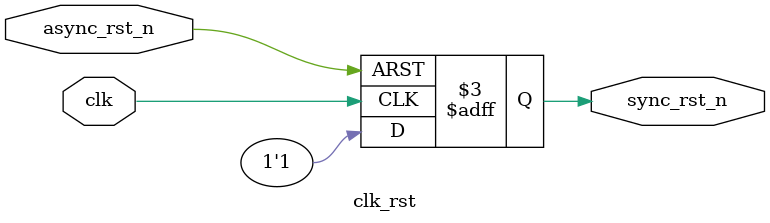
<source format=sv>
/*
 --------------------------------------------------------------------------
   Synesthesia-Moksha - Copyright (C) 2012 Gregory Matthew James.

   This file is part of Synesthesia-Moksha.

   Synesthesia-Moksha is free; you can redistribute it and/or modify
   it under the terms of the GNU General Public License as published by
   the Free Software Foundation; either version 3 of the License, or
   (at your option) any later version.

   Synesthesia-Moksha is distributed in the hope that it will be useful,
   but WITHOUT ANY WARRANTY; without even the implied warranty of
   MERCHANTABILITY or FITNESS FOR A PARTICULAR PURPOSE. See the
   GNU General Public License for more details.

   You should have received a copy of the GNU General Public License
   along with this program. If not, see <http://www.gnu.org/licenses/>.
 --------------------------------------------------------------------------
*/

/*
 --------------------------------------------------------------------------
 -- Project Code      : synesthesia-moksha
 -- Module Name       : clk_rst
 -- Author            : mammenx
 -- Associated modules: 
 -- Function          : This module synchronizes a common asynchronous reset
                        to different clocks.
 --------------------------------------------------------------------------
*/

`timescale 1ns / 10ps


module clk_rst #(
  //----------------- Parameters  -----------------------
  parameter MODULE_NAME     = "CLK_RST",
  parameter NUM_CLKS        = 1,
  parameter NUM_SYNC_STAGES = 2

) (

  //--------------------- Ports -------------------------
  input                   async_rst_n,
  input   [NUM_CLKS-1:0]  clk,

  output  [NUM_CLKS-1:0]  sync_rst_n


);

//----------------------- Local Parameters Declarations -------------------


//----------------------- Input Declarations ------------------------------


//----------------------- Inout Declarations ------------------------------


//----------------------- Output Declarations -----------------------------


//----------------------- Output Register Declaration ---------------------


//----------------------- Internal Register Declarations ------------------


//----------------------- Internal Wire Declarations ----------------------
  genvar  i;

//----------------------- Internal Interface Declarations -----------------


//----------------------- FSM Declarations --------------------------------



//----------------------- Start of Code -----------------------------------

  generate
    for(i=0;  i<NUM_CLKS; i++)
    begin : rst_sync_gen
      always@(posedge clk[i],  negedge async_rst_n)
      begin
        if(~async_rst_n)
        begin
          sync_rst_n[i]       <=  0;
        end
        else
        begin
          sync_rst_n[i]       <=  1;
        end
      end
    end
  endgenerate

endmodule // clk_rst


/*
 --------------------------------------------------------------------------

 -- <Header>
 

 -- <Log>


 --------------------------------------------------------------------------
*/

</source>
